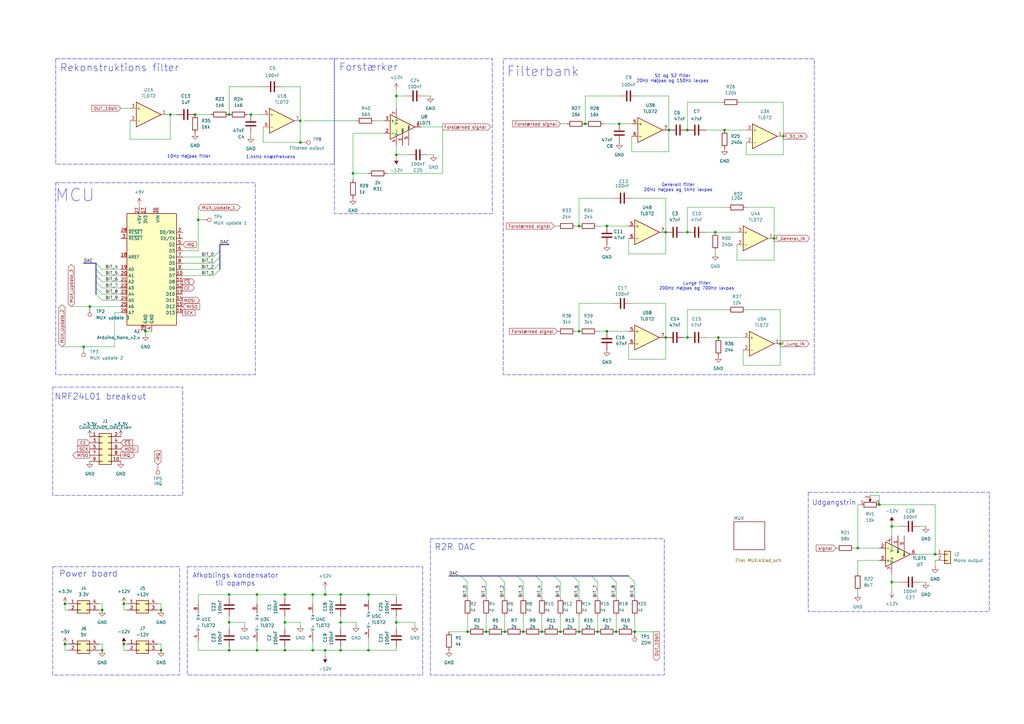
<source format=kicad_sch>
(kicad_sch (version 20231120) (generator "eeschema") (generator_version "8.0")
  (paper "A3")
  (junction (at 294.64 138.43))
  (junction (at 274.32 53.34))
  (junction (at 93.98 266.7))
  (junction (at 128.27 243.84))
  (junction (at 383.54 227.33))
  (junction (at 93.98 255.27))
  (junction (at 144.78 71.12))
  (junction (at 237.49 259.08))
  (junction (at 365.76 238.76))
  (junction (at 69.85 46.99))
  (junction (at 128.27 266.7))
  (junction (at 102.87 46.99))
  (junction (at 245.11 259.08))
  (junction (at 317.5 97.79))
  (junction (at 297.18 53.34))
  (junction (at 133.35 243.84))
  (junction (at 365.76 215.9))
  (junction (at 139.7 255.27))
  (junction (at 139.7 243.84))
  (junction (at 116.84 243.84))
  (junction (at 123.19 49.53))
  (junction (at 66.04 250.19))
  (junction (at 351.79 224.79))
  (junction (at 59.69 135.89))
  (junction (at 281.94 53.34))
  (junction (at 93.98 46.99))
  (junction (at 80.01 46.99))
  (junction (at 281.94 138.43))
  (junction (at 248.92 92.71))
  (junction (at 229.87 259.08))
  (junction (at 123.19 58.42))
  (junction (at 248.92 135.89))
  (junction (at 151.13 266.7))
  (junction (at 50.8 264.16))
  (junction (at 281.94 95.25))
  (junction (at 191.77 259.08))
  (junction (at 214.63 259.08))
  (junction (at 207.01 259.08))
  (junction (at 116.84 255.27))
  (junction (at 360.68 207.01))
  (junction (at 199.39 259.08))
  (junction (at 26.67 247.65))
  (junction (at 105.41 243.84))
  (junction (at 260.35 259.08))
  (junction (at 81.28 90.17))
  (junction (at 162.56 255.27))
  (junction (at 36.83 125.73))
  (junction (at 252.73 259.08))
  (junction (at 34.29 142.24))
  (junction (at 41.91 266.7))
  (junction (at 162.56 63.5))
  (junction (at 116.84 266.7))
  (junction (at 222.25 259.08))
  (junction (at 105.41 266.7))
  (junction (at 237.49 135.89))
  (junction (at 133.35 266.7))
  (junction (at 254 50.8))
  (junction (at 139.7 266.7))
  (junction (at 237.49 92.71))
  (junction (at 162.56 39.37))
  (junction (at 273.05 138.43))
  (junction (at 66.04 266.7))
  (junction (at 320.04 140.97))
  (junction (at 273.05 95.25))
  (junction (at 293.37 95.25))
  (junction (at 50.8 247.65))
  (junction (at 240.03 50.8))
  (junction (at 26.67 264.16))
  (junction (at 151.13 243.84))
  (junction (at 321.31 55.88))
  (junction (at 93.98 243.84))
  (junction (at 41.91 250.19))
  (bus_entry (at 204.47 236.22) (size 2.54 2.54))
  (bus_entry (at 196.85 236.22) (size 2.54 2.54))
  (bus_entry (at 87.63 107.95) (size 2.54 -2.54))
  (bus_entry (at 189.23 236.22) (size 2.54 2.54))
  (bus_entry (at 257.81 236.22) (size 2.54 2.54))
  (bus_entry (at 250.19 236.22) (size 2.54 2.54))
  (bus_entry (at 212.09 236.22) (size 2.54 2.54))
  (bus_entry (at 219.71 236.22) (size 2.54 2.54))
  (bus_entry (at 234.95 236.22) (size 2.54 2.54))
  (bus_entry (at 87.63 105.41) (size 2.54 -2.54))
  (bus_entry (at 41.91 123.19) (size -2.54 -2.54))
  (bus_entry (at 227.33 236.22) (size 2.54 2.54))
  (bus_entry (at 39.37 113.03) (size 2.54 2.54))
  (bus_entry (at 41.91 120.65) (size -2.54 -2.54))
  (bus_entry (at 87.63 113.03) (size 2.54 -2.54))
  (bus_entry (at 41.91 118.11) (size -2.54 -2.54))
  (bus_entry (at 87.63 110.49) (size 2.54 -2.54))
  (bus_entry (at 39.37 110.49) (size 2.54 2.54))
  (bus_entry (at 242.57 236.22) (size 2.54 2.54))
  (bus_entry (at 39.37 107.95) (size 2.54 2.54))
  (wire (pts (xy 139.7 243.84) (xy 151.13 243.84)))
  (wire (pts (xy 261.62 39.37) (xy 274.32 39.37)))
  (wire (pts (xy 260.35 238.76) (xy 260.35 245.11)))
  (wire (pts (xy 297.18 53.34) (xy 306.07 53.34)))
  (wire (pts (xy 81.28 262.89) (xy 81.28 266.7)))
  (wire (pts (xy 123.19 49.53) (xy 123.19 58.42)))
  (wire (pts (xy 133.35 243.84) (xy 139.7 243.84)))
  (wire (pts (xy 29.21 125.73) (xy 36.83 125.73)))
  (wire (pts (xy 365.76 238.76) (xy 365.76 242.57)))
  (wire (pts (xy 144.78 54.61) (xy 144.78 71.12)))
  (wire (pts (xy 229.87 252.73) (xy 229.87 259.08)))
  (bus (pts (xy 39.37 110.49) (xy 39.37 113.03)))
  (wire (pts (xy 81.28 266.7) (xy 93.98 266.7)))
  (wire (pts (xy 383.54 229.87) (xy 383.54 232.41)))
  (wire (pts (xy 365.76 215.9) (xy 365.76 219.71)))
  (wire (pts (xy 50.8 264.16) (xy 50.8 266.7)))
  (wire (pts (xy 273.05 95.25) (xy 273.05 104.14)))
  (wire (pts (xy 151.13 71.12) (xy 144.78 71.12)))
  (wire (pts (xy 351.79 242.57) (xy 351.79 243.84)))
  (wire (pts (xy 59.69 135.89) (xy 62.23 135.89)))
  (wire (pts (xy 289.56 53.34) (xy 297.18 53.34)))
  (wire (pts (xy 133.35 266.7) (xy 133.35 269.24)))
  (wire (pts (xy 252.73 238.76) (xy 252.73 245.11)))
  (wire (pts (xy 162.56 265.43) (xy 162.56 266.7)))
  (wire (pts (xy 151.13 243.84) (xy 162.56 243.84)))
  (wire (pts (xy 102.87 46.99) (xy 101.6 46.99)))
  (wire (pts (xy 254 50.8) (xy 259.08 50.8)))
  (wire (pts (xy 26.67 250.19) (xy 27.94 250.19)))
  (wire (pts (xy 306.07 127) (xy 320.04 127)))
  (wire (pts (xy 81.28 90.17) (xy 81.28 102.87)))
  (wire (pts (xy 207.01 238.76) (xy 207.01 245.11)))
  (wire (pts (xy 369.57 215.9) (xy 365.76 215.9)))
  (wire (pts (xy 237.49 252.73) (xy 237.49 259.08)))
  (wire (pts (xy 351.79 229.87) (xy 360.68 229.87)))
  (wire (pts (xy 80.01 46.99) (xy 86.36 46.99)))
  (bus (pts (xy 212.09 236.22) (xy 219.71 236.22)))
  (wire (pts (xy 93.98 255.27) (xy 93.98 257.81)))
  (wire (pts (xy 350.52 224.79) (xy 351.79 224.79)))
  (wire (pts (xy 257.81 147.32) (xy 273.05 147.32)))
  (bus (pts (xy 34.29 107.95) (xy 39.37 107.95)))
  (wire (pts (xy 116.84 266.7) (xy 105.41 266.7)))
  (wire (pts (xy 199.39 252.73) (xy 199.39 259.08)))
  (wire (pts (xy 229.87 50.8) (xy 232.41 50.8)))
  (wire (pts (xy 93.98 46.99) (xy 93.98 35.56)))
  (wire (pts (xy 74.93 107.95) (xy 87.63 107.95)))
  (wire (pts (xy 172.72 52.07) (xy 181.61 52.07)))
  (wire (pts (xy 139.7 243.84) (xy 139.7 245.11)))
  (wire (pts (xy 351.79 224.79) (xy 360.68 224.79)))
  (wire (pts (xy 274.32 39.37) (xy 274.32 53.34)))
  (wire (pts (xy 259.08 55.88) (xy 259.08 62.23)))
  (wire (pts (xy 57.15 83.82) (xy 57.15 85.09)))
  (wire (pts (xy 100.33 256.54) (xy 100.33 255.27)))
  (bus (pts (xy 39.37 118.11) (xy 39.37 115.57)))
  (wire (pts (xy 280.67 95.25) (xy 281.94 95.25)))
  (wire (pts (xy 49.53 128.27) (xy 46.99 128.27)))
  (bus (pts (xy 189.23 236.22) (xy 196.85 236.22)))
  (wire (pts (xy 144.78 71.12) (xy 144.78 73.66)))
  (wire (pts (xy 116.84 252.73) (xy 116.84 255.27)))
  (wire (pts (xy 162.56 39.37) (xy 166.37 39.37)))
  (wire (pts (xy 139.7 255.27) (xy 146.05 255.27)))
  (wire (pts (xy 64.77 266.7) (xy 66.04 266.7)))
  (wire (pts (xy 273.05 138.43) (xy 273.05 147.32)))
  (wire (pts (xy 281.94 85.09) (xy 281.94 95.25)))
  (wire (pts (xy 123.19 256.54) (xy 123.19 255.27)))
  (wire (pts (xy 199.39 238.76) (xy 199.39 245.11)))
  (wire (pts (xy 81.28 243.84) (xy 81.28 247.65)))
  (wire (pts (xy 50.8 247.65) (xy 50.8 250.19)))
  (wire (pts (xy 46.99 128.27) (xy 46.99 142.24)))
  (wire (pts (xy 317.5 85.09) (xy 317.5 97.79)))
  (wire (pts (xy 175.26 63.5) (xy 177.8 63.5)))
  (wire (pts (xy 151.13 261.62) (xy 151.13 266.7)))
  (wire (pts (xy 162.56 36.83) (xy 162.56 39.37)))
  (wire (pts (xy 93.98 243.84) (xy 81.28 243.84)))
  (wire (pts (xy 302.26 100.33) (xy 302.26 106.68)))
  (wire (pts (xy 353.06 207.01) (xy 351.79 207.01)))
  (wire (pts (xy 298.45 85.09) (xy 281.94 85.09)))
  (wire (pts (xy 306.07 85.09) (xy 317.5 85.09)))
  (wire (pts (xy 320.04 140.97) (xy 320.04 149.86)))
  (wire (pts (xy 351.79 234.95) (xy 351.79 229.87)))
  (wire (pts (xy 365.76 234.95) (xy 365.76 238.76)))
  (wire (pts (xy 259.08 81.28) (xy 273.05 81.28)))
  (wire (pts (xy 50.8 264.16) (xy 52.07 264.16)))
  (wire (pts (xy 41.91 123.19) (xy 49.53 123.19)))
  (wire (pts (xy 240.03 50.8) (xy 240.03 39.37)))
  (wire (pts (xy 260.35 259.08) (xy 269.24 259.08)))
  (wire (pts (xy 139.7 252.73) (xy 139.7 255.27)))
  (wire (pts (xy 167.64 63.5) (xy 162.56 63.5)))
  (wire (pts (xy 128.27 243.84) (xy 133.35 243.84)))
  (wire (pts (xy 69.85 57.15) (xy 69.85 46.99)))
  (wire (pts (xy 153.67 49.53) (xy 157.48 49.53)))
  (wire (pts (xy 170.18 255.27) (xy 170.18 256.54)))
  (wire (pts (xy 93.98 265.43) (xy 93.98 266.7)))
  (bus (pts (xy 39.37 120.65) (xy 39.37 118.11)))
  (wire (pts (xy 116.84 255.27) (xy 116.84 257.81)))
  (wire (pts (xy 93.98 245.11) (xy 93.98 243.84)))
  (bus (pts (xy 90.17 107.95) (xy 90.17 105.41)))
  (wire (pts (xy 162.56 255.27) (xy 162.56 257.81)))
  (wire (pts (xy 74.93 105.41) (xy 87.63 105.41)))
  (wire (pts (xy 162.56 255.27) (xy 170.18 255.27)))
  (wire (pts (xy 68.58 46.99) (xy 69.85 46.99)))
  (wire (pts (xy 50.8 250.19) (xy 52.07 250.19)))
  (wire (pts (xy 257.81 104.14) (xy 273.05 104.14)))
  (wire (pts (xy 356.87 203.2) (xy 360.68 203.2)))
  (bus (pts (xy 39.37 107.95) (xy 39.37 110.49)))
  (wire (pts (xy 53.34 49.53) (xy 53.34 57.15)))
  (wire (pts (xy 133.35 266.7) (xy 139.7 266.7)))
  (wire (pts (xy 74.93 110.49) (xy 87.63 110.49)))
  (wire (pts (xy 259.08 124.46) (xy 273.05 124.46)))
  (wire (pts (xy 162.56 63.5) (xy 162.56 64.77)))
  (wire (pts (xy 281.94 53.34) (xy 281.94 41.91)))
  (wire (pts (xy 184.15 259.08) (xy 191.77 259.08)))
  (wire (pts (xy 102.87 54.61) (xy 102.87 55.88)))
  (wire (pts (xy 116.84 245.11) (xy 116.84 243.84)))
  (wire (pts (xy 252.73 252.73) (xy 252.73 259.08)))
  (wire (pts (xy 102.87 46.99) (xy 107.95 46.99)))
  (wire (pts (xy 294.64 138.43) (xy 304.8 138.43)))
  (wire (pts (xy 93.98 266.7) (xy 105.41 266.7)))
  (wire (pts (xy 105.41 243.84) (xy 116.84 243.84)))
  (wire (pts (xy 139.7 265.43) (xy 139.7 266.7)))
  (wire (pts (xy 303.53 41.91) (xy 321.31 41.91)))
  (wire (pts (xy 298.45 127) (xy 281.94 127)))
  (wire (pts (xy 162.56 39.37) (xy 162.56 44.45)))
  (wire (pts (xy 360.68 207.01) (xy 383.54 207.01)))
  (wire (pts (xy 26.67 264.16) (xy 27.94 264.16)))
  (wire (pts (xy 245.11 92.71) (xy 248.92 92.71)))
  (bus (pts (xy 234.95 236.22) (xy 242.57 236.22)))
  (wire (pts (xy 34.29 142.24) (xy 46.99 142.24)))
  (wire (pts (xy 116.84 255.27) (xy 123.19 255.27)))
  (wire (pts (xy 289.56 95.25) (xy 293.37 95.25)))
  (wire (pts (xy 240.03 39.37) (xy 254 39.37)))
  (wire (pts (xy 26.67 266.7) (xy 27.94 266.7)))
  (wire (pts (xy 107.95 52.07) (xy 107.95 58.42)))
  (wire (pts (xy 245.11 259.08) (xy 245.11 252.73)))
  (wire (pts (xy 245.11 238.76) (xy 245.11 245.11)))
  (wire (pts (xy 181.61 52.07) (xy 181.61 71.12)))
  (wire (pts (xy 66.04 247.65) (xy 66.04 250.19)))
  (wire (pts (xy 41.91 110.49) (xy 49.53 110.49)))
  (wire (pts (xy 248.92 135.89) (xy 257.81 135.89)))
  (wire (pts (xy 69.85 46.99) (xy 72.39 46.99)))
  (wire (pts (xy 191.77 252.73) (xy 191.77 259.08)))
  (wire (pts (xy 41.91 113.03) (xy 49.53 113.03)))
  (wire (pts (xy 320.04 140.97) (xy 320.04 127)))
  (wire (pts (xy 375.92 227.33) (xy 383.54 227.33)))
  (wire (pts (xy 237.49 81.28) (xy 237.49 92.71)))
  (wire (pts (xy 116.84 243.84) (xy 128.27 243.84)))
  (wire (pts (xy 105.41 262.89) (xy 105.41 266.7)))
  (wire (pts (xy 40.64 266.7) (xy 41.91 266.7)))
  (wire (pts (xy 116.84 265.43) (xy 116.84 266.7)))
  (wire (pts (xy 214.63 238.76) (xy 214.63 245.11)))
  (wire (pts (xy 40.64 250.19) (xy 41.91 250.19)))
  (wire (pts (xy 144.78 54.61) (xy 157.48 54.61)))
  (wire (pts (xy 377.19 238.76) (xy 379.73 238.76)))
  (wire (pts (xy 281.94 127) (xy 281.94 138.43)))
  (wire (pts (xy 304.8 143.51) (xy 304.8 149.86)))
  (wire (pts (xy 293.37 102.87) (xy 293.37 104.14)))
  (wire (pts (xy 383.54 207.01) (xy 383.54 227.33)))
  (wire (pts (xy 151.13 243.84) (xy 151.13 246.38)))
  (wire (pts (xy 247.65 50.8) (xy 254 50.8)))
  (wire (pts (xy 64.77 250.19) (xy 66.04 250.19)))
  (wire (pts (xy 257.81 97.79) (xy 257.81 104.14)))
  (wire (pts (xy 124.46 49.53) (xy 146.05 49.53)))
  (wire (pts (xy 289.56 138.43) (xy 294.64 138.43)))
  (wire (pts (xy 321.31 63.5) (xy 321.31 55.88)))
  (wire (pts (xy 228.6 92.71) (xy 227.33 92.71)))
  (wire (pts (xy 123.19 35.56) (xy 123.19 49.53)))
  (wire (pts (xy 365.76 238.76) (xy 369.57 238.76)))
  (wire (pts (xy 207.01 252.73) (xy 207.01 259.08)))
  (wire (pts (xy 251.46 124.46) (xy 237.49 124.46)))
  (wire (pts (xy 293.37 95.25) (xy 302.26 95.25)))
  (wire (pts (xy 273.05 81.28) (xy 273.05 95.25)))
  (wire (pts (xy 351.79 207.01) (xy 351.79 224.79)))
  (wire (pts (xy 93.98 252.73) (xy 93.98 255.27)))
  (bus (pts (xy 90.17 105.41) (xy 90.17 102.87)))
  (wire (pts (xy 146.05 256.54) (xy 146.05 255.27)))
  (wire (pts (xy 74.93 113.03) (xy 87.63 113.03)))
  (wire (pts (xy 162.56 59.69) (xy 162.56 63.5)))
  (wire (pts (xy 41.91 264.16) (xy 41.91 266.7)))
  (wire (pts (xy 128.27 266.7) (xy 133.35 266.7)))
  (wire (pts (xy 251.46 81.28) (xy 237.49 81.28)))
  (wire (pts (xy 93.98 243.84) (xy 105.41 243.84)))
  (wire (pts (xy 81.28 85.09) (xy 81.28 90.17)))
  (wire (pts (xy 25.4 142.24) (xy 34.29 142.24)))
  (bus (pts (xy 39.37 113.03) (xy 39.37 115.57)))
  (wire (pts (xy 320.04 140.97) (xy 321.31 140.97)))
  (wire (pts (xy 236.22 92.71) (xy 237.49 92.71)))
  (wire (pts (xy 321.31 41.91) (xy 321.31 55.88)))
  (wire (pts (xy 26.67 247.65) (xy 27.94 247.65)))
  (wire (pts (xy 281.94 41.91) (xy 295.91 41.91)))
  (wire (pts (xy 66.04 264.16) (xy 66.04 266.7)))
  (wire (pts (xy 139.7 266.7) (xy 151.13 266.7)))
  (bus (pts (xy 250.19 236.22) (xy 257.81 236.22)))
  (wire (pts (xy 50.8 266.7) (xy 52.07 266.7)))
  (wire (pts (xy 257.81 140.97) (xy 257.81 147.32)))
  (wire (pts (xy 280.67 138.43) (xy 281.94 138.43)))
  (wire (pts (xy 116.84 266.7) (xy 128.27 266.7)))
  (wire (pts (xy 64.77 264.16) (xy 66.04 264.16)))
  (bus (pts (xy 219.71 236.22) (xy 227.33 236.22)))
  (wire (pts (xy 317.5 97.79) (xy 317.5 106.68)))
  (wire (pts (xy 377.19 215.9) (xy 379.73 215.9)))
  (bus (pts (xy 196.85 236.22) (xy 204.47 236.22)))
  (wire (pts (xy 41.91 118.11) (xy 49.53 118.11)))
  (wire (pts (xy 50.8 247.65) (xy 52.07 247.65)))
  (wire (pts (xy 173.99 39.37) (xy 176.53 39.37)))
  (wire (pts (xy 41.91 120.65) (xy 49.53 120.65)))
  (wire (pts (xy 81.28 90.17) (xy 82.55 90.17)))
  (wire (pts (xy 191.77 238.76) (xy 191.77 245.11)))
  (wire (pts (xy 107.95 58.42) (xy 123.19 58.42)))
  (wire (pts (xy 304.8 149.86) (xy 320.04 149.86)))
  (wire (pts (xy 128.27 262.89) (xy 128.27 266.7)))
  (bus (pts (xy 90.17 110.49) (xy 90.17 107.95)))
  (wire (pts (xy 105.41 247.65) (xy 105.41 243.84)))
  (wire (pts (xy 248.92 92.71) (xy 257.81 92.71)))
  (wire (pts (xy 222.25 238.76) (xy 222.25 245.11)))
  (wire (pts (xy 306.07 63.5) (xy 321.31 63.5)))
  (bus (pts (xy 184.15 236.22) (xy 189.23 236.22)))
  (wire (pts (xy 93.98 255.27) (xy 100.33 255.27)))
  (wire (pts (xy 360.68 203.2) (xy 360.68 207.01)))
  (wire (pts (xy 229.87 238.76) (xy 229.87 245.11)))
  (bus (pts (xy 90.17 102.87) (xy 90.17 100.33)))
  (wire (pts (xy 26.67 247.65) (xy 26.67 250.19)))
  (wire (pts (xy 128.27 243.84) (xy 128.27 247.65)))
  (wire (pts (xy 139.7 255.27) (xy 139.7 257.81)))
  (bus (pts (xy 242.57 236.22) (xy 250.19 236.22)))
  (wire (pts (xy 151.13 266.7) (xy 162.56 266.7)))
  (wire (pts (xy 245.11 135.89) (xy 248.92 135.89)))
  (wire (pts (xy 64.77 247.65) (xy 66.04 247.65)))
  (wire (pts (xy 181.61 71.12) (xy 158.75 71.12)))
  (wire (pts (xy 259.08 62.23) (xy 274.32 62.23)))
  (bus (pts (xy 204.47 236.22) (xy 212.09 236.22)))
  (wire (pts (xy 41.91 115.57) (xy 49.53 115.57)))
  (wire (pts (xy 222.25 252.73) (xy 222.25 259.08)))
  (wire (pts (xy 74.93 102.87) (xy 81.28 102.87)))
  (wire (pts (xy 214.63 252.73) (xy 214.63 259.08)))
  (wire (pts (xy 237.49 124.46) (xy 237.49 135.89)))
  (wire (pts (xy 365.76 214.63) (xy 365.76 215.9)))
  (wire (pts (xy 260.35 252.73) (xy 260.35 259.08)))
  (wire (pts (xy 41.91 247.65) (xy 41.91 250.19)))
  (wire (pts (xy 40.64 264.16) (xy 41.91 264.16)))
  (wire (pts (xy 53.34 57.15) (xy 69.85 57.15)))
  (wire (pts (xy 162.56 252.73) (xy 162.56 255.27)))
  (wire (pts (xy 162.56 243.84) (xy 162.56 245.11)))
  (wire (pts (xy 274.32 53.34) (xy 274.32 62.23)))
  (wire (pts (xy 36.83 125.73) (xy 49.53 125.73)))
  (wire (pts (xy 123.19 35.56) (xy 115.57 35.56)))
  (wire (pts (xy 93.98 35.56) (xy 107.95 35.56)))
  (bus (pts (xy 227.33 236.22) (xy 234.95 236.22)))
  (wire (pts (xy 26.67 264.16) (xy 26.67 266.7)))
  (wire (pts (xy 306.07 58.42) (xy 306.07 63.5)))
  (wire (pts (xy 40.64 247.65) (xy 41.91 247.65)))
  (wire (pts (xy 237.49 238.76) (xy 237.49 245.11)))
  (wire (pts (xy 302.26 106.68) (xy 317.5 106.68)))
  (wire (pts (xy 59.69 135.89) (xy 59.69 137.16)))
  (wire (pts (xy 133.35 241.3) (xy 133.35 243.84)))
  (bus (pts (xy 90.17 100.33) (xy 93.98 100.33)))
  (wire (pts (xy 49.53 44.45) (xy 53.34 44.45)))
  (wire (pts (xy 273.05 124.46) (xy 273.05 138.43)))
  (wire (pts (xy 236.22 135.89) (xy 237.49 135.89)))
  (rectangle (start 137.16 24.13) (end 201.93 87.63) (stroke (width 0) (type dash)))
  (rectangle (start 22.86 24.13) (end 137.16 67.31) (stroke (width 0) (type dash)))
  (rectangle (start 22.86 74.93) (end 104.775 153.67) (stroke (width 0) (type dash)))
  (rectangle (start 76.835 232.41) (end 173.355 276.86) (stroke (width 0) (type dash)))
  (rectangle (start 206.375 24.13) (end 334.01 153.67) (stroke (width 0) (type dash)))
  (rectangle (start 21.59 232.41) (end 73.66 276.86) (stroke (width 0) (type dash)))
  (rectangle (start 21.59 158.75) (end 74.93 203.2) (stroke (width 0) (type dash)))
  (rectangle (start 176.53 220.98) (end 272.415 276.86) (stroke (width 0) (type dash)))
  (rectangle (start 331.47 201.93) (end 405.765 250.825) (stroke (width 0) (type dash)))
  (text "1.4kHz knækfrekvens\n\n" (at 110.998 65.532 0) (effects (font (size 1.27 1.27))))
  (text "S1 og S2 filter\n20Hz Højpas og 150Hz lavpas" (at 275.844 32.258 0) (effects (font (size 1.27 1.27))))
  (text "MCU" (at 30.734 80.264 0) (effects (font (size 5.08 5.08))))
  (text "10Hz Højpas filter\n" (at 77.47 64.262 0) (effects (font (size 1.27 1.27))))
  (text "Forstærker\n" (at 151.13 27.686 0) (effects (font (size 3 3))))
  (text "Rekonstruktions filter\n" (at 49.022 27.94 0) (effects (font (size 3 3))))
  (text "Power board\n" (at 36.322 235.458 0) (effects (font (size 2.54 2.54))))
  (text "Generalt filter\n20Hz Højpas og 1kHz lavpas" (at 278.13 76.962 0) (effects (font (size 1.27 1.27))))
  (text "R2R DAC" (at 186.69 224.536 0) (effects (font (size 2.54 2.54))))
  (text "NRF24L01 breakout" (at 41.148 162.814 0) (effects (font (size 2.54 2.54))))
  (text "Lunge filter\n200Hz Højpas og 700Hz lavpas" (at 285.75 117.348 0) (effects (font (size 1.27 1.27))))
  (text "Udgangstrin\n" (at 342.138 206.248 0) (effects (font (size 2 2))))
  (text "Filterbank" (at 222.758 29.464 0) (effects (font (size 4 4))))
  (text "Afkoblings kondensator\ntil opamps\n" (at 96.52 237.744 0) (effects (font (size 2 2))))
  (label "BIT_0" (at 191.77 245.11 90))
  (label "BIT_9" (at 260.35 245.11 90))
  (label "BIT_2" (at 207.01 245.11 90))
  (label "DAC" (at 34.29 107.95 0))
  (label "DAC" (at 90.17 100.33 0))
  (label "BIT_7" (at 245.11 245.11 90))
  (label "BIT_0" (at 82.55 105.41 0))
  (label "BIT_2" (at 82.55 110.49 0))
  (label "BIT_9" (at 43.18 123.19 0))
  (label "BIT_6" (at 43.18 115.57 0))
  (label "BIT_8" (at 43.18 120.65 0))
  (label "BIT_1" (at 82.55 107.95 0))
  (label "BIT_7" (at 43.18 118.11 0))
  (label "BIT_6" (at 237.49 245.11 90))
  (label "DAC" (at 184.15 236.22 0))
  (label "BIT_4" (at 43.18 110.49 0))
  (label "BIT_5" (at 43.18 113.03 0))
  (label "BIT_3" (at 82.55 113.03 0))
  (label "BIT_8" (at 252.73 245.11 90))
  (label "BIT_4" (at 222.25 245.11 90))
  (label "BIT_1" (at 199.39 245.11 90))
  (label "BIT_5" (at 229.87 245.11 90))
  (label "BIT_3" (at 214.63 245.11 90))
  (global_label "OUT_10bit" (shape output) (at 269.24 259.08 270) (property "Intersheetrefs" "${INTERSHEET_REFS}" (effects (hide yes))))
  (global_label "Forstærked signal" (shape input) (at 229.87 50.8 180) (property "Intersheetrefs" "${INTERSHEET_REFS}" (effects (hide yes))))
  (global_label "F_Lung_IN" (shape output) (at 320.04 140.97 0) (property "Intersheetrefs" "${INTERSHEET_REFS}" (effects (hide yes))))
  (global_label "F_General_IN" (shape output) (at 317.5 97.79 0) (property "Intersheetrefs" "${INTERSHEET_REFS}" (effects (hide yes))))
  (global_label "Forstærked signal" (shape input) (at 227.33 92.71 180) (property "Intersheetrefs" "${INTERSHEET_REFS}" (effects (hide yes))))
  (global_label "CE" (shape input) (at 36.83 181.61 180) (property "Intersheetrefs" "${INTERSHEET_REFS}" (effects (hide yes))))
  (global_label "MUX_Update_1" (shape bidirectional) (at 81.28 85.09 0) (property "Intersheetrefs" "${INTERSHEET_REFS}" (effects (hide yes))))
  (global_label "MUX_Update_2" (shape bidirectional) (at 25.4 142.24 90) (property "Intersheetrefs" "${INTERSHEET_REFS}" (effects (hide yes))))
  (global_label "F_S1_IN" (shape output) (at 321.31 55.88 0) (property "Intersheetrefs" "${INTERSHEET_REFS}" (effects (hide yes))))
  (global_label "signal" (shape input) (at 342.9 224.79 180) (property "Intersheetrefs" "${INTERSHEET_REFS}" (effects (hide yes))))
  (global_label "SCK" (shape passive) (at 74.93 128.27 0) (property "Intersheetrefs" "${INTERSHEET_REFS}" (effects (hide yes))))
  (global_label "IRQ" (shape input) (at 64.77 190.5 90) (property "Intersheetrefs" "${INTERSHEET_REFS}" (effects (hide yes))))
  (global_label "SCK" (shape passive) (at 36.83 184.15 180) (property "Intersheetrefs" "${INTERSHEET_REFS}" (effects (hide yes))))
  (global_label "Forstærked signal" (shape output) (at 181.61 52.07 0) (property "Intersheetrefs" "${INTERSHEET_REFS}" (effects (hide yes))))
  (global_label "MISO" (shape output) (at 36.83 186.69 180) (property "Intersheetrefs" "${INTERSHEET_REFS}" (effects (hide yes))))
  (global_label "IRQ" (shape input) (at 74.93 100.33 0) (property "Intersheetrefs" "${INTERSHEET_REFS}" (effects (hide yes))))
  (global_label "Forstærked signal" (shape input) (at 228.6 135.89 180) (property "Intersheetrefs" "${INTERSHEET_REFS}" (effects (hide yes))))
  (global_label "~{CS}" (shape input) (at 49.53 181.61 0) (property "Intersheetrefs" "${INTERSHEET_REFS}" (effects (hide yes))))
  (global_label "~{CS}" (shape output) (at 74.93 115.57 0) (property "Intersheetrefs" "${INTERSHEET_REFS}" (effects (hide yes))))
  (global_label "MISO" (shape input) (at 74.93 125.73 0) (property "Intersheetrefs" "${INTERSHEET_REFS}" (effects (hide yes))))
  (global_label "IRQ" (shape output) (at 49.53 186.69 0) (property "Intersheetrefs" "${INTERSHEET_REFS}" (effects (hide yes))))
  (global_label "MOSI" (shape output) (at 74.93 123.19 0) (property "Intersheetrefs" "${INTERSHEET_REFS}" (effects (hide yes))))
  (global_label "MUX_Update_3" (shape bidirectional) (at 29.21 125.73 90) (property "Intersheetrefs" "${INTERSHEET_REFS}" (effects (hide yes))))
  (global_label "MOSI" (shape input) (at 49.53 184.15 0) (property "Intersheetrefs" "${INTERSHEET_REFS}" (effects (hide yes))))
  (global_label "CE" (shape output) (at 74.93 118.11 0) (property "Intersheetrefs" "${INTERSHEET_REFS}" (effects (hide yes))))
  (global_label "OUT_10bit" (shape input) (at 49.53 44.45 180) (property "Intersheetrefs" "${INTERSHEET_REFS}" (effects (hide yes))))
  (symbol (lib_id "Device:C") (at 373.38 238.76 90) (mirror x) (unit 1)
    (property "Reference" "C27" (at 373.38 245.11 90))
    (property "Value" "100nF" (at 373.38 242.57 90))
    (property "Footprint" "Capacitor_THT:C_Disc_D7.0mm_W2.5mm_P5.00mm" (effects (hide yes)))
    (property "Description" "Unpolarized capacitor" (effects (hide yes)))
  )
  (symbol (lib_id "Connector_Generic:Conn_02x02_Counter_Clockwise") (at 33.02 264.16 0) (unit 1)
    (property "Reference" "J6" (at 34.29 257.81 0))
    (property "Value" "5V" (at 34.29 260.35 0))
    (property "Footprint" "Connector_PinHeader_2.54mm:PinHeader_2x02_P2.54mm_Vertical" (effects (hide yes)))
    (property "Description" "Generic connector, double row, 02x02, counter clockwise pin numbering scheme (similar to DIP package numbering), script generated (kicad-library-utils/schlib/autogen/connector/)" (effects (hide yes)))
  )
  (symbol (lib_id "Device:R") (at 245.11 248.92 0) (unit 1)
    (property "Reference" "R16" (at 246.126 247.6501 0) (effects (justify left)))
    (property "Value" "4k" (at 246.126 250.1901 0) (effects (justify left)))
    (property "Footprint" "Resistor_THT:R_Axial_DIN0207_L6.3mm_D2.5mm_P10.16mm_Horizontal" (effects (hide yes)))
    (property "Description" "Resistor" (effects (hide yes)))
  )
  (symbol (lib_id "power:GND") (at 102.87 55.88 0) (unit 1)
    (property "Reference" "#PWR017" (effects (hide yes)))
    (property "Value" "GND" (at 102.87 60.96 0))
    (property "Description" "Power symbol creates a global label with name \"GND\" , ground" (effects (hide yes)))
  )
  (symbol (lib_id "power:-12V") (at 133.35 269.24 180) (unit 1)
    (property "Reference" "#PWR046" (effects (hide yes)))
    (property "Value" "-12V" (at 133.35 274.32 0))
    (property "Description" "Power symbol creates a global label with name \"-12V\"" (effects (hide yes)))
  )
  (symbol (lib_id "Amplifier_Operational:TL072") (at 312.42 140.97 0) (unit 1)
    (property "Reference" "U5" (at 312.42 130.81 0))
    (property "Value" "TL072" (at 312.42 133.35 0))
    (property "Footprint" "Package_DIP:DIP-8_W7.62mm_LongPads" (effects (hide yes)))
    (property "Datasheet" "http://www.ti.com/lit/ds/symlink/tl071.pdf" (effects (hide yes)))
    (property "Description" "Dual Low-Noise JFET-Input Operational Amplifiers, DIP-8/SOIC-8" (effects (hide yes)))
  )
  (symbol (lib_id "Device:C") (at 248.92 96.52 0) (unit 1)
    (property "Reference" "C11" (at 251.714 94.996 0) (effects (justify left)))
    (property "Value" "47nF" (at 251.714 97.536 0) (effects (justify left)))
    (property "Footprint" "Capacitor_THT:C_Disc_D7.0mm_W2.5mm_P5.00mm" (effects (hide yes)))
    (property "Description" "Unpolarized capacitor" (effects (hide yes)))
  )
  (symbol (lib_id "Device:R") (at 214.63 248.92 0) (unit 1)
    (property "Reference" "R8" (at 215.646 247.6501 0) (effects (justify left)))
    (property "Value" "4k" (at 215.646 250.1901 0) (effects (justify left)))
    (property "Footprint" "Resistor_THT:R_Axial_DIN0207_L6.3mm_D2.5mm_P10.16mm_Horizontal" (effects (hide yes)))
    (property "Description" "Resistor" (effects (hide yes)))
  )
  (symbol (lib_id "Device:C") (at 257.81 39.37 90) (unit 1)
    (property "Reference" "C9" (at 257.81 31.75 90))
    (property "Value" "100nF" (at 257.81 34.798 90))
    (property "Footprint" "Capacitor_THT:C_Disc_D7.0mm_W2.5mm_P5.00mm" (effects (hide yes)))
    (property "Description" "Unpolarized capacitor" (effects (hide yes)))
  )
  (symbol (lib_id "Connector:TestPoint") (at 260.35 259.08 180) (unit 1)
    (property "Reference" "TP1" (at 262.89 261.1119 0) (effects (justify right)))
    (property "Value" "ZOH" (at 262.89 263.6519 0) (effects (justify right)))
    (property "Footprint" "TestPoint:TestPoint_Pad_3.0x3.0mm" (effects (hide yes)))
    (property "Description" "test point" (effects (hide yes)))
  )
  (symbol (lib_id "Device:C") (at 116.84 261.62 180) (unit 1)
    (property "Reference" "C2" (at 110.49 261.62 90))
    (property "Value" "100nF" (at 113.03 261.62 90))
    (property "Footprint" "Capacitor_THT:C_Disc_D7.0mm_W2.5mm_P5.00mm" (effects (hide yes)))
    (property "Description" "Unpolarized capacitor" (effects (hide yes)))
  )
  (symbol (lib_id "Connector:TestPoint") (at 123.19 58.42 270) (unit 1)
    (property "Reference" "TP8" (at 128.27 57.1499 90) (effects (justify left)))
    (property "Value" "Filtered output" (at 118.618 60.706 90) (effects (justify left)))
    (property "Footprint" "Connector_PinHeader_2.54mm:PinHeader_1x01_P2.54mm_Vertical" (effects (hide yes)))
    (property "Description" "test point" (effects (hide yes)))
  )
  (symbol (lib_id "power:GND") (at 146.05 256.54 0) (unit 1)
    (property "Reference" "#PWR011" (effects (hide yes)))
    (property "Value" "GND" (at 146.05 261.62 0))
    (property "Description" "Power symbol creates a global label with name \"GND\" , ground" (effects (hide yes)))
  )
  (symbol (lib_id "power:GND") (at 294.64 146.05 0) (unit 1)
    (property "Reference" "#PWR037" (effects (hide yes)))
    (property "Value" "GND" (at 294.64 151.13 0))
    (property "Description" "Power symbol creates a global label with name \"GND\" , ground" (effects (hide yes)))
  )
  (symbol (lib_id "Connector_Generic:Conn_02x02_Counter_Clockwise") (at 57.15 264.16 0) (unit 1)
    (property "Reference" "J7" (at 58.42 257.81 0))
    (property "Value" "-12V" (at 58.42 260.35 0))
    (property "Footprint" "Connector_PinHeader_2.54mm:PinHeader_2x02_P2.54mm_Vertical" (effects (hide yes)))
    (property "Description" "Generic connector, double row, 02x02, counter clockwise pin numbering scheme (similar to DIP package numbering), script generated (kicad-library-utils/schlib/autogen/connector/)" (effects (hide yes)))
  )
  (symbol (lib_id "Device:C") (at 102.87 50.8 180) (unit 1)
    (property "Reference" "C4" (at 100.33 56.134 0) (effects (justify left)))
    (property "Value" "47nF" (at 100.33 53.594 0) (effects (justify left)))
    (property "Footprint" "Capacitor_THT:C_Disc_D7.0mm_W2.5mm_P5.00mm" (effects (hide yes)))
    (property "Description" "Unpolarized capacitor" (effects (hide yes)))
  )
  (symbol (lib_id "Device:R") (at 236.22 50.8 270) (unit 1)
    (property "Reference" "R27" (at 236.22 44.45 90))
    (property "Value" "16k" (at 236.22 46.99 90))
    (property "Footprint" "Resistor_THT:R_Axial_DIN0207_L6.3mm_D2.5mm_P10.16mm_Horizontal" (effects (hide yes)))
    (property "Description" "Resistor" (effects (hide yes)))
  )
  (symbol (lib_id "power:GND") (at 254 58.42 0) (unit 1)
    (property "Reference" "#PWR019" (effects (hide yes)))
    (property "Value" "GND" (at 254 63.5 0))
    (property "Description" "Power symbol creates a global label with name \"GND\" , ground" (effects (hide yes)))
  )
  (symbol (lib_id "Device:R") (at 207.01 248.92 0) (unit 1)
    (property "Reference" "R6" (at 208.026 247.6501 0) (effects (justify left)))
    (property "Value" "4k" (at 208.026 250.1901 0) (effects (justify left)))
    (property "Footprint" "Resistor_THT:R_Axial_DIN0207_L6.3mm_D2.5mm_P10.16mm_Horizontal" (effects (hide yes)))
    (property "Description" "Resistor" (effects (hide yes)))
  )
  (symbol (lib_id "Device:R") (at 191.77 248.92 0) (unit 1)
    (property "Reference" "R2" (at 192.786 247.6501 0) (effects (justify left)))
    (property "Value" "4k" (at 192.786 250.1901 0) (effects (justify left)))
    (property "Footprint" "Resistor_THT:R_Axial_DIN0207_L6.3mm_D2.5mm_P10.16mm_Horizontal" (effects (hide yes)))
    (property "Description" "Resistor" (effects (hide yes)))
  )
  (symbol (lib_id "Amplifier_Operational:TL072") (at 153.67 254 0) (unit 3)
    (property "Reference" "U5" (at 152.4 252.7299 0) (effects (justify left)))
    (property "Value" "TL072" (at 152.4 255.2699 0) (effects (justify left)))
    (property "Footprint" "Package_DIP:DIP-8_W7.62mm_LongPads" (effects (hide yes)))
    (property "Datasheet" "http://www.ti.com/lit/ds/symlink/tl071.pdf" (effects (hide yes)))
    (property "Description" "Dual Low-Noise JFET-Input Operational Amplifiers, DIP-8/SOIC-8" (effects (hide yes)))
  )
  (symbol (lib_id "power:GND") (at 144.78 81.28 0) (unit 1)
    (property "Reference" "#PWR043" (effects (hide yes)))
    (property "Value" "GND" (at 144.78 86.36 0))
    (property "Description" "Power symbol creates a global label with name \"GND\" , ground" (effects (hide yes)))
  )
  (symbol (lib_id "Device:R") (at 195.58 259.08 90) (unit 1)
    (property "Reference" "R3" (at 195.58 254.508 90))
    (property "Value" "2k" (at 195.58 257.048 90))
    (property "Footprint" "Resistor_THT:R_Axial_DIN0207_L6.3mm_D2.5mm_P10.16mm_Horizontal" (effects (hide yes)))
    (property "Description" "Resistor" (effects (hide yes)))
  )
  (symbol (lib_id "Amplifier_Operational:TL071") (at 368.3 227.33 0) (mirror x) (unit 1)
    (property "Reference" "U7" (at 377.19 231.521 0))
    (property "Value" "TL071" (at 377.19 228.981 0))
    (property "Footprint" "Package_DIP:DIP-8_W7.62mm_LongPads" (effects (hide yes)))
    (property "Datasheet" "http://www.ti.com/lit/ds/symlink/tl071.pdf" (effects (hide yes)))
    (property "Description" "Single Low-Noise JFET-Input Operational Amplifiers, DIP-8/SOIC-8" (effects (hide yes)))
  )
  (symbol (lib_id "Device:C") (at 111.76 35.56 90) (unit 1)
    (property "Reference" "C5" (at 111.76 27.94 90))
    (property "Value" "100nF" (at 111.76 30.988 90))
    (property "Footprint" "Capacitor_THT:C_Disc_D7.0mm_W2.5mm_P5.00mm" (effects (hide yes)))
    (property "Description" "Unpolarized capacitor" (effects (hide yes)))
  )
  (symbol (lib_id "Device:R") (at 222.25 248.92 0) (unit 1)
    (property "Reference" "R10" (at 223.266 247.6501 0) (effects (justify left)))
    (property "Value" "4k" (at 223.266 250.1901 0) (effects (justify left)))
    (property "Footprint" "Resistor_THT:R_Axial_DIN0207_L6.3mm_D2.5mm_P10.16mm_Horizontal" (effects (hide yes)))
    (property "Description" "Resistor" (effects (hide yes)))
  )
  (symbol (lib_id "power:GND") (at 177.8 63.5 0) (unit 1)
    (property "Reference" "#PWR044" (effects (hide yes)))
    (property "Value" "GND" (at 177.8 68.58 0))
    (property "Description" "Power symbol creates a global label with name \"GND\" , ground" (effects (hide yes)))
  )
  (symbol (lib_id "Device:R_Potentiometer") (at 356.87 207.01 90) (unit 1)
    (property "Reference" "RV1" (at 356.87 210.82 90))
    (property "Value" "10k" (at 356.87 213.36 90))
    (property "Footprint" "Connector_PinHeader_2.54mm:PinHeader_1x03_P2.54mm_Vertical" (effects (hide yes)))
    (property "Description" "Potentiometer" (effects (hide yes)))
  )
  (symbol (lib_id "power:-12V") (at 50.8 264.16 0) (unit 1)
    (property "Reference" "#PWR022" (effects (hide yes)))
    (property "Value" "-12V" (at 50.8 259.08 0))
    (property "Description" "Power symbol creates a global label with name \"-12V\"" (effects (hide yes)))
  )
  (symbol (lib_id "Device:C") (at 76.2 46.99 90) (unit 1)
    (property "Reference" "C13" (at 76.2 39.37 90))
    (property "Value" "1uF" (at 76.2 41.91 90))
    (property "Footprint" "Capacitor_THT:C_Disc_D7.0mm_W2.5mm_P5.00mm" (effects (hide yes)))
    (property "Description" "Unpolarized capacitor" (effects (hide yes)))
  )
  (symbol (lib_id "MCU_Module:Arduino_Nano_v2.x") (at 62.23 110.49 0) (mirror y) (unit 1)
    (property "Reference" "A2" (at 57.4959 135.89 0) (effects (justify left)))
    (property "Value" "Arduino_Nano_v2.x" (at 57.4959 138.43 0) (effects (justify left)))
    (property "Footprint" "Module:Arduino_Nano" (effects (hide yes)))
    (property "Datasheet" "https://www.arduino.cc/en/uploads/Main/ArduinoNanoManual23.pdf" (effects (hide yes)))
    (property "Description" "Arduino Nano v2.x" (effects (hide yes)))
  )
  (symbol (lib_id "power:GND") (at 41.91 250.19 0) (unit 1)
    (property "Reference" "#PWR025" (effects (hide yes)))
    (property "Value" "GND" (at 41.91 255.27 0))
    (property "Description" "Power symbol creates a global label with name \"GND\" , ground" (effects (hide yes)))
  )
  (symbol (lib_id "power:GND") (at 100.33 256.54 0) (unit 1)
    (property "Reference" "#PWR014" (effects (hide yes)))
    (property "Value" "GND" (at 100.33 261.62 0))
    (property "Description" "Power symbol creates a global label with name \"GND\" , ground" (effects (hide yes)))
  )
  (symbol (lib_id "Device:R") (at 248.92 259.08 90) (unit 1)
    (property "Reference" "R17" (at 248.92 254.508 90))
    (property "Value" "2k" (at 248.92 257.048 90))
    (property "Footprint" "Resistor_THT:R_Axial_DIN0207_L6.3mm_D2.5mm_P10.16mm_Horizontal" (effects (hide yes)))
    (property "Description" "Resistor" (effects (hide yes)))
  )
  (symbol (lib_id "power:+12V") (at 133.35 241.3 0) (unit 1)
    (property "Reference" "#PWR045" (effects (hide yes)))
    (property "Value" "+12V" (at 133.35 236.22 0))
    (property "Description" "Power symbol creates a global label with name \"+12V\"" (effects (hide yes)))
  )
  (symbol (lib_id "Device:R") (at 241.3 92.71 90) (unit 1)
    (property "Reference" "R34" (at 241.3 86.36 90))
    (property "Value" "2k4" (at 241.3 88.9 90))
    (property "Footprint" "Resistor_THT:R_Axial_DIN0207_L6.3mm_D2.5mm_P10.16mm_Horizontal" (effects (hide yes)))
    (property "Description" "Resistor" (effects (hide yes)))
  )
  (symbol (lib_id "Amplifier_Operational:TL072") (at 107.95 255.27 0) (unit 3)
    (property "Reference" "U3" (at 106.68 253.9999 0) (effects (justify left)))
    (property "Value" "TL072" (at 106.68 256.5399 0) (effects (justify left)))
    (property "Footprint" "Package_DIP:DIP-8_W7.62mm_LongPads" (effects (hide yes)))
    (property "Datasheet" "http://www.ti.com/lit/ds/symlink/tl071.pdf" (effects (hide yes)))
    (property "Description" "Dual Low-Noise JFET-Input Operational Amplifiers, DIP-8/SOIC-8" (effects (hide yes)))
  )
  (symbol (lib_id "power:-12V") (at 365.76 214.63 0) (unit 1)
    (property "Reference" "#PWR039" (effects (hide yes)))
    (property "Value" "-12V" (at 365.76 209.55 0))
    (property "Description" "Power symbol creates a global label with name \"-12V\"" (effects (hide yes)))
  )
  (symbol (lib_id "Connector:TestPoint") (at 82.55 90.17 270) (unit 1)
    (property "Reference" "TP4" (at 87.63 88.8999 90) (effects (justify left)))
    (property "Value" "MUX update 1" (at 87.63 91.4399 90) (effects (justify left)))
    (property "Footprint" "TestPoint:TestPoint_Pad_3.0x3.0mm" (effects (hide yes)))
    (property "Description" "test point" (effects (hide yes)))
  )
  (symbol (lib_id "Device:C") (at 255.27 124.46 90) (unit 1)
    (property "Reference" "C17" (at 255.27 118.11 90))
    (property "Value" "100nF" (at 255.27 120.65 90))
    (property "Footprint" "Capacitor_THT:C_Disc_D7.0mm_W2.5mm_P5.00mm" (effects (hide yes)))
    (property "Description" "Unpolarized capacitor" (effects (hide yes)))
  )
  (symbol (lib_id "Device:R") (at 210.82 259.08 90) (unit 1)
    (property "Reference" "R7" (at 210.82 254.508 90))
    (property "Value" "2k" (at 210.82 257.048 90))
    (property "Footprint" "Resistor_THT:R_Axial_DIN0207_L6.3mm_D2.5mm_P10.16mm_Horizontal" (effects (hide yes)))
    (property "Description" "Resistor" (effects (hide yes)))
  )
  (symbol (lib_id "power:+3.3V") (at 26.67 247.65 0) (unit 1)
    (property "Reference" "#PWR07" (effects (hide yes)))
    (property "Value" "+3.3V" (at 26.67 242.57 0))
    (property "Description" "Power symbol creates a global label with name \"+3.3V\"" (effects (hide yes)))
  )
  (symbol (lib_id "Device:R") (at 252.73 248.92 0) (unit 1)
    (property "Reference" "R18" (at 253.746 247.6501 0) (effects (justify left)))
    (property "Value" "4k" (at 253.746 250.1901 0) (effects (justify left)))
    (property "Footprint" "Resistor_THT:R_Axial_DIN0207_L6.3mm_D2.5mm_P10.16mm_Horizontal" (effects (hide yes)))
    (property "Description" "Resistor" (effects (hide yes)))
  )
  (symbol (lib_id "power:GND") (at 176.53 39.37 0) (unit 1)
    (property "Reference" "#PWR047" (effects (hide yes)))
    (property "Value" "GND" (at 176.53 44.45 0))
    (property "Description" "Power symbol creates a global label with name \"GND\" , ground" (effects (hide yes)))
  )
  (symbol (lib_id "Device:C") (at 285.75 95.25 90) (unit 1)
    (property "Reference" "C10" (at 285.75 87.63 90))
    (property "Value" "47nF" (at 285.75 90.17 90))
    (property "Footprint" "Capacitor_THT:C_Disc_D7.0mm_W2.5mm_P5.00mm" (effects (hide yes)))
    (property "Description" "Unpolarized capacitor" (effects (hide yes)))
  )
  (symbol (lib_id "Device:R") (at 293.37 99.06 0) (unit 1)
    (property "Reference" "R30" (at 295.91 97.7899 0) (effects (justify left)))
    (property "Value" "240k" (at 295.91 100.3299 0) (effects (justify left)))
    (property "Footprint" "Resistor_THT:R_Axial_DIN0207_L6.3mm_D2.5mm_P10.16mm_Horizontal" (effects (hide yes)))
    (property "Description" "Resistor" (effects (hide yes)))
  )
  (symbol (lib_id "Device:R") (at 184.15 262.89 0) (unit 1)
    (property "Reference" "R1" (at 186.69 261.6199 0) (effects (justify left)))
    (property "Value" "4k" (at 186.69 264.1599 0) (effects (justify left)))
    (property "Footprint" "Resistor_THT:R_Axial_DIN0207_L6.3mm_D2.5mm_P10.16mm_Horizontal" (effects (hide yes)))
    (property "Description" "Resistor" (effects (hide yes)))
  )
  (symbol (lib_id "Device:C") (at 285.75 138.43 90) (unit 1)
    (property "Reference" "C15" (at 285.75 130.81 90))
    (property "Value" "47nF" (at 285.75 133.35 90))
    (property "Footprint" "Capacitor_THT:C_Disc_D7.0mm_W2.5mm_P5.00mm" (effects (hide yes)))
    (property "Description" "Unpolarized capacitor" (effects (hide yes)))
  )
  (symbol (lib_id "power:GND") (at 351.79 243.84 0) (unit 1)
    (property "Reference" "#PWR013" (effects (hide yes)))
    (property "Value" "GND" (at 351.79 248.92 0))
    (property "Description" "Power symbol creates a global label with name \"GND\" , ground" (effects (hide yes)))
  )
  (symbol (lib_id "power:-12V") (at 162.56 64.77 180) (unit 1)
    (property "Reference" "#PWR016" (effects (hide yes)))
    (property "Value" "-12V" (at 162.56 69.85 0))
    (property "Description" "Power symbol creates a global label with name \"-12V\"" (effects (hide yes)))
  )
  (symbol (lib_id "Device:R") (at 241.3 135.89 90) (unit 1)
    (property "Reference" "R39" (at 241.3 129.54 90))
    (property "Value" "3k4" (at 241.3 132.08 90))
    (property "Footprint" "Resistor_THT:R_Axial_DIN0207_L6.3mm_D2.5mm_P10.16mm_Horizontal" (effects (hide yes)))
    (property "Description" "Resistor" (effects (hide yes)))
  )
  (symbol (lib_id "Device:C") (at 162.56 261.62 180) (unit 1)
    (property "Reference" "C21" (at 156.21 261.62 90))
    (property "Value" "100nF" (at 158.75 261.62 90))
    (property "Footprint" "Capacitor_THT:C_Disc_D7.0mm_W2.5mm_P5.00mm" (effects (hide yes)))
    (property "Description" "Unpolarized capacitor" (effects (hide yes)))
  )
  (symbol (lib_id "Device:C") (at 248.92 139.7 0) (unit 1)
    (property "Reference" "C16" (at 252.476 138.43 0) (effects (justify left)))
    (property "Value" "47nF" (at 252.476 140.97 0) (effects (justify left)))
    (property "Footprint" "Capacitor_THT:C_Disc_D7.0mm_W2.5mm_P5.00mm" (effects (hide yes)))
    (property "Description" "Unpolarized capacitor" (effects (hide yes)))
  )
  (symbol (lib_id "Device:R") (at 90.17 46.99 270) (unit 1)
    (property "Reference" "R23" (at 90.17 40.64 90))
    (property "Value" "1k6" (at 90.17 43.18 90))
    (property "Footprint" "Resistor_THT:R_Axial_DIN0207_L6.3mm_D2.5mm_P10.16mm_Horizontal" (effects (hide yes)))
    (property "Description" "Resistor" (effects (hide yes)))
  )
  (symbol (lib_id "Device:R") (at 346.71 224.79 90) (unit 1)
    (property "Reference" "R21" (at 346.71 218.44 90))
    (property "Value" "68k" (at 346.71 220.98 90))
    (property "Footprint" "Resistor_THT:R_Axial_DIN0207_L6.3mm_D2.5mm_P10.16mm_Horizontal" (effects (hide yes)))
    (property "Description" "Resistor" (effects (hide yes)))
  )
  (symbol (lib_id "Amplifier_Operational:TL072") (at 130.81 255.27 0) (unit 3)
    (property "Reference" "U4" (at 129.54 253.9999 0) (effects (justify left)))
    (property "Value" "TL072" (at 129.54 256.5399 0) (effects (justify left)))
    (property "Footprint" "Package_DIP:DIP-8_W7.62mm_LongPads" (effects (hide yes)))
    (property "Datasheet" "http://www.ti.com/lit/ds/symlink/tl071.pdf" (effects (hide yes)))
    (property "Description" "Dual Low-Noise JFET-Input Operational Amplifiers, DIP-8/SOIC-8" (effects (hide yes)))
  )
  (symbol (lib_id "power:GND") (at 41.91 266.7 0) (unit 1)
    (property "Reference" "#PWR030" (effects (hide yes)))
    (property "Value" "GND" (at 41.91 271.78 0))
    (property "Description" "Power symbol creates a global label with name \"GND\" , ground" (effects (hide yes)))
  )
  (symbol (lib_id "power:+5V") (at 26.67 264.16 0) (unit 1)
    (property "Reference" "#PWR09" (effects (hide yes)))
    (property "Value" "+5V" (at 26.67 259.08 0))
    (property "Description" "Power symbol creates a global label with name \"+5V\"" (effects (hide yes)))
  )
  (symbol (lib_id "Device:C") (at 254 54.61 180) (unit 1)
    (property "Reference" "C8" (at 251.46 59.944 0) (effects (justify left)))
    (property "Value" "47nF" (at 251.46 57.404 0) (effects (justify left)))
    (property "Footprint" "Capacitor_THT:C_Disc_D7.0mm_W2.5mm_P5.00mm" (effects (hide yes)))
    (property "Description" "Unpolarized capacitor" (effects (hide yes)))
  )
  (symbol (lib_id "Device:R") (at 199.39 248.92 0) (unit 1)
    (property "Reference" "R4" (at 200.406 247.6501 0) (effects (justify left)))
    (property "Value" "4k" (at 200.406 250.1901 0) (effects (justify left)))
    (property "Footprint" "Resistor_THT:R_Axial_DIN0207_L6.3mm_D2.5mm_P10.16mm_Horizontal" (effects (hide yes)))
    (property "Description" "Resistor" (effects (hide yes)))
  )
  (symbol (lib_id "Device:R") (at 241.3 259.08 90) (unit 1)
    (property "Reference" "R15" (at 241.3 254.508 90))
    (property "Value" "2k" (at 241.3 257.048 90))
    (property "Footprint" "Resistor_THT:R_Axial_DIN0207_L6.3mm_D2.5mm_P10.16mm_Horizontal" (effects (hide yes)))
    (property "Description" "Resistor" (effects (hide yes)))
  )
  (symbol (lib_id "Device:C") (at 116.84 248.92 180) (unit 1)
    (property "Reference" "C1" (at 110.49 248.92 90))
    (property "Value" "100nF" (at 113.03 248.92 90))
    (property "Footprint" "Capacitor_THT:C_Disc_D7.0mm_W2.5mm_P5.00mm" (effects (hide yes)))
    (property "Description" "Unpolarized capacitor" (effects (hide yes)))
  )
  (symbol (lib_id "power:+3.3V") (at 49.53 179.07 0) (unit 1)
    (property "Reference" "#PWR04" (effects (hide yes)))
    (property "Value" "+3.3V" (at 49.53 173.99 0))
    (property "Description" "Power symbol creates a global label with name \"+3.3V\"" (effects (hide yes)))
  )
  (symbol (lib_id "Device:R") (at 256.54 259.08 90) (unit 1)
    (property "Reference" "R19" (at 256.54 254.508 90))
    (property "Value" "2k" (at 256.54 257.048 90))
    (property "Footprint" "Resistor_THT:R_Axial_DIN0207_L6.3mm_D2.5mm_P10.16mm_Horizontal" (effects (hide yes)))
    (property "Description" "Resistor" (effects (hide yes)))
  )
  (symbol (lib_id "power:GND") (at 66.04 266.7 0) (unit 1)
    (property "Reference" "#PWR028" (effects (hide yes)))
    (property "Value" "GND" (at 66.04 271.78 0))
    (property "Description" "Power symbol creates a global label with name \"GND\" , ground" (effects (hide yes)))
  )
  (symbol (lib_id "Device:R") (at 232.41 92.71 90) (unit 1)
    (property "Reference" "R33" (at 232.41 86.36 90))
    (property "Value" "2k4" (at 232.41 88.9 90))
    (property "Footprint" "Resistor_THT:R_Axial_DIN0207_L6.3mm_D2.5mm_P10.16mm_Horizontal" (effects (hide yes)))
    (property "Description" "Resistor" (effects (hide yes)))
  )
  (symbol (lib_id "Device:R") (at 233.68 259.08 90) (unit 1)
    (property "Reference" "R13" (at 233.68 254.508 90))
    (property "Value" "2k" (at 233.68 257.048 90))
    (property "Footprint" "Resistor_THT:R_Axial_DIN0207_L6.3mm_D2.5mm_P10.16mm_Horizontal" (effects (hide yes)))
    (property "Description" "Resistor" (effects (hide yes)))
  )
  (symbol (lib_id "power:GND") (at 293.37 104.14 0) (unit 1)
    (property "Reference" "#PWR034" (effects (hide yes)))
    (property "Value" "GND" (at 293.37 109.22 0))
    (property "Description" "Power symbol creates a global label with name \"GND\" , ground" (effects (hide yes)))
  )
  (symbol (lib_id "Device:C") (at 93.98 261.62 180) (unit 1)
    (property "Reference" "C23" (at 87.63 261.62 90))
    (property "Value" "100nF" (at 90.17 261.62 90))
    (property "Footprint" "Capacitor_THT:C_Disc_D7.0mm_W2.5mm_P5.00mm" (effects (hide yes)))
    (property "Description" "Unpolarized capacitor" (effects (hide yes)))
  )
  (symbol (lib_id "Connector:TestPoint") (at 34.29 142.24 180) (unit 1)
    (property "Reference" "TP3" (at 36.83 144.2719 0) (effects (justify right)))
    (property "Value" "MUX update 2" (at 36.83 146.8119 0) (effects (justify right)))
    (property "Footprint" "TestPoint:TestPoint_Pad_3.0x3.0mm" (effects (hide yes)))
    (property "Description" "test point" (effects (hide yes)))
  )
  (symbol (lib_id "Device:C") (at 139.7 261.62 180) (unit 1)
    (property "Reference" "C19" (at 133.35 261.62 90))
    (property "Value" "100nF" (at 135.89 261.62 90))
    (property "Footprint" "Capacitor_THT:C_Disc_D7.0mm_W2.5mm_P5.00mm" (effects (hide yes)))
    (property "Description" "Unpolarized capacitor" (effects (hide yes)))
  )
  (symbol (lib_id "Connector_Generic:Conn_02x02_Counter_Clockwise") (at 57.15 247.65 0) (unit 1)
    (property "Reference" "J5" (at 58.42 241.3 0))
    (property "Value" "+12V" (at 58.42 243.84 0))
    (property "Footprint" "Connector_PinHeader_2.54mm:PinHeader_2x02_P2.54mm_Vertical" (effects (hide yes)))
    (property "Description" "Generic connector, double row, 02x02, counter clockwise pin numbering scheme (similar to DIP package numbering), script generated (kicad-library-utils/schlib/autogen/connector/)" (effects (hide yes)))
  )
  (symbol (lib_id "power:GND") (at 80.01 54.61 0) (unit 1)
    (property "Reference" "#PWR036" (effects (hide yes)))
    (property "Value" "GND" (at 80.01 59.69 0))
    (property "Description" "Power symbol creates a global label with name \"GND\" , ground" (effects (hide yes)))
  )
  (symbol (lib_id "Device:C") (at 276.86 95.25 90) (unit 1)
    (property "Reference" "C3" (at 276.86 87.63 90))
    (property "Value" "47nF" (at 276.86 90.17 90))
    (property "Footprint" "Capacitor_THT:C_Disc_D7.0mm_W2.5mm_P5.00mm" (effects (hide yes)))
    (property "Description" "Unpolarized capacitor" (effects (hide yes)))
  )
  (symbol (lib_id "Device:R") (at 351.79 238.76 180) (unit 1)
    (property "Reference" "R22" (at 354.33 237.4899 0) (effects (justify right)))
    (property "Value" "8k7" (at 354.33 240.0299 0) (effects (justify right)))
    (property "Footprint" "Resistor_THT:R_Axial_DIN0207_L6.3mm_D2.5mm_P10.16mm_Horizontal" (effects (hide yes)))
    (property "Description" "Resistor" (effects (hide yes)))
  )
  (symbol (lib_id "Amplifier_Operational:TL072") (at 309.88 97.79 0) (unit 1)
    (property "Reference" "U4" (at 309.88 87.63 0))
    (property "Value" "TL072" (at 309.88 90.17 0))
    (property "Footprint" "Package_DIP:DIP-8_W7.62mm_LongPads" (effects (hide yes)))
    (property "Datasheet" "http://www.ti.com/lit/ds/symlink/tl071.pdf" (effects (hide yes)))
    (property "Description" "Dual Low-Noise JFET-Input Operational Amplifiers, DIP-8/SOIC-8" (effects (hide yes)))
  )
  (symbol (lib_id "Device:R") (at 243.84 50.8 90) (unit 1)
    (property "Reference" "R28" (at 243.84 44.45 90))
    (property "Value" "16k" (at 243.84 46.99 90))
    (property "Footprint" "Resistor_THT:R_Axial_DIN0207_L6.3mm_D2.5mm_P10.16mm_Horizontal" (effects (hide yes)))
    (property "Description" "Resistor" (effects (hide yes)))
  )
  (symbol (lib_id "power:GND") (at 383.54 232.41 0) (unit 1)
    (property "Reference" "#PWR021" (effects (hide yes)))
    (property "Value" "GND" (at 383.54 237.49 0))
    (property "Description" "Power symbol creates a global label with name \"GND\" , ground" (effects (hide yes)))
  )
  (symbol (lib_id "Amplifier_Operational:TL072") (at 265.43 138.43 0) (unit 2)
    (property "Reference" "U5" (at 265.43 128.27 0))
    (property "Value" "TL072" (at 265.43 130.81 0))
    (property "Footprint" "Package_DIP:DIP-8_W7.62mm_LongPads" (effects (hide yes)))
    (property "Datasheet" "http://www.ti.com/lit/ds/symlink/tl071.pdf" (effects (hide yes)))
    (property "Description" "Dual Low-Noise JFET-Input Operational Amplifiers, DIP-8/SOIC-8" (effects (hide yes)))
  )
  (symbol (lib_id "power:GND") (at 49.53 189.23 0) (unit 1)
    (property "Reference" "#PWR05" (effects (hide yes)))
    (property "Value" "GND" (at 49.53 194.31 0))
    (property "Description" "Power symbol creates a global label with name \"GND\" , ground" (effects (hide yes)))
  )
  (symbol (lib_id "Device:R") (at 299.72 41.91 90) (unit 1)
    (property "Reference" "R26" (at 299.72 35.56 90))
    (property "Value" "120k" (at 299.72 38.1 90))
    (property "Footprint" "Resistor_THT:R_Axial_DIN0207_L6.3mm_D2.5mm_P10.16mm_Horizontal" (effects (hide yes)))
    (property "Description" "Resistor" (effects (hide yes)))
  )
  (symbol (lib_id "Device:R") (at 149.86 49.53 90) (mirror x) (unit 1)
    (property "Reference" "R40" (at 150.114 44.45 90))
    (property "Value" "665" (at 150.114 46.99 90))
    (property "Footprint" "Resistor_THT:R_Axial_DIN0207_L6.3mm_D2.5mm_P10.16mm_Horizontal" (effects (hide yes)))
    (property "Description" "Resistor" (effects (hide yes)))
  )
  (symbol (lib_id "Device:C") (at 162.56 248.92 180) (unit 1)
    (property "Reference" "C20" (at 156.21 248.92 90))
    (property "Value" "100nF" (at 158.75 248.92 90))
    (property "Footprint" "Capacitor_THT:C_Disc_D7.0mm_W2.5mm_P5.00mm" (effects (hide yes)))
    (property "Description" "Unpolarized capacitor" (effects (hide yes)))
  )
  (symbol (lib_id "Amplifier_Operational:TL072") (at 266.7 53.34 0) (unit 2)
    (property "Reference" "U3" (at 266.7 43.18 0))
    (property "Value" "TL072" (at 266.7 45.72 0))
    (property "Footprint" "Package_DIP:DIP-8_W7.62mm_LongPads" (effects (hide yes)))
    (property "Datasheet" "http://www.ti.com/lit/ds/symlink/tl071.pdf" (effects (hide yes)))
    (property "Description" "Dual Low-Noise JFET-Input Operational Amplifiers, DIP-8/SOIC-8" (effects (hide yes)))
  )
  (symbol (lib_id "Device:R") (at 154.94 71.12 90) (mirror x) (unit 1)
    (property "Reference" "R31" (at 154.94 77.47 90))
    (property "Value" "2k" (at 154.94 74.93 90))
    (property "Footprint" "Resistor_THT:R_Axial_DIN0207_L6.3mm_D2.5mm_P10.16mm_Horizontal" (effects (hide yes)))
    (property "Description" "Resistor" (effects (hide yes)))
  )
  (symbol (lib_id "Device:C") (at 285.75 53.34 270) (mirror x) (unit 1)
    (property "Reference" "C7" (at 285.75 45.72 90))
    (property "Value" "47nF" (at 285.75 48.768 90))
    (property "Footprint" "Capacitor_THT:C_Disc_D7.0mm_W2.5mm_P5.00mm" (effects (hide yes)))
    (property "Description" "Unpolarized capacitor" (effects (hide yes)))
  )
  (symbol (lib_id "power:+3.3V") (at 36.83 179.07 0) (unit 1)
    (property "Reference" "#PWR02" (effects (hide yes)))
    (property "Value" "+3.3V" (at 36.83 173.99 0))
    (property "Description" "Power symbol creates a global label with name \"+3.3V\"" (effects (hide yes)))
  )
  (symbol (lib_id "power:GND") (at 123.19 256.54 0) (unit 1)
    (property "Reference" "#PWR010" (effects (hide yes)))
    (property "Value" "GND" (at 123.19 261.62 0))
    (property "Description" "Power symbol creates a global label with name \"GND\" , ground" (effects (hide yes)))
  )
  (symbol (lib_id "Device:R") (at 80.01 50.8 0) (unit 1)
    (property "Reference" "R35" (at 82.55 49.5299 0) (effects (justify left)))
    (property "Value" "16k" (at 82.55 52.0699 0) (effects (justify left)))
    (property "Footprint" "Resistor_THT:R_Axial_DIN0207_L6.3mm_D2.5mm_P10.16mm_Horizontal" (effects (hide yes)))
    (property "Description" "Resistor" (effects (hide yes)))
  )
  (symbol (lib_id "power:+12V") (at 50.8 247.65 0) (unit 1)
    (property "Reference" "#PWR020" (effects (hide yes)))
    (property "Value" "+12V" (at 50.8 242.57 0))
    (property "Description" "Power symbol creates a global label with name \"+12V\"" (effects (hide yes)))
  )
  (symbol (lib_id "Connector:TestPoint") (at 36.83 125.73 180) (unit 1)
    (property "Reference" "TP2" (at 39.37 127.7619 0) (effects (justify right)))
    (property "Value" "MUX update 3" (at 39.37 130.3019 0) (effects (justify right)))
    (property "Footprint" "TestPoint:TestPoint_Pad_3.0x3.0mm" (effects (hide yes)))
    (property "Description" "test point" (effects (hide yes)))
  )
  (symbol (lib_id "power:GND") (at 379.73 215.9 0) (unit 1)
    (property "Reference" "#PWR042" (effects (hide yes)))
    (property "Value" "GND" (at 379.73 220.98 0))
    (property "Description" "Power symbol creates a global label with name \"GND\" , ground" (effects (hide yes)))
  )
  (symbol (lib_id "Device:R") (at 237.49 248.92 0) (unit 1)
    (property "Reference" "R14" (at 238.506 247.6501 0) (effects (justify left)))
    (property "Value" "4k" (at 238.506 250.1901 0) (effects (justify left)))
    (property "Footprint" "Resistor_THT:R_Axial_DIN0207_L6.3mm_D2.5mm_P10.16mm_Horizontal" (effects (hide yes)))
    (property "Description" "Resistor" (effects (hide yes)))
  )
  (symbol (lib_id "power:GND") (at 248.92 100.33 0) (unit 1)
    (property "Reference" "#PWR035" (effects (hide yes)))
    (property "Value" "GND" (at 248.92 105.41 0))
    (property "Description" "Power symbol creates a global label with name \"GND\" , ground" (effects (hide yes)))
  )
  (symbol (lib_id "Device:R") (at 232.41 135.89 90) (unit 1)
    (property "Reference" "R38" (at 232.41 129.54 90))
    (property "Value" "3k4" (at 232.41 132.08 90))
    (property "Footprint" "Resistor_THT:R_Axial_DIN0207_L6.3mm_D2.5mm_P10.16mm_Horizontal" (effects (hide yes)))
    (property "Description" "Resistor" (effects (hide yes)))
  )
  (symbol (lib_id "Device:C") (at 139.7 248.92 180) (unit 1)
    (property "Reference" "C18" (at 133.35 248.92 90))
    (property "Value" "100nF" (at 135.89 248.92 90))
    (property "Footprint" "Capacitor_THT:C_Disc_D7.0mm_W2.5mm_P5.00mm" (effects (hide yes)))
    (property "Description" "Unpolarized capacitor" (effects (hide yes)))
  )
  (symbol (lib_id "Device:R") (at 203.2 259.08 90) (unit 1)
    (property "Reference" "R5" (at 203.2 254.508 90))
    (property "Value" "2k" (at 203.2 257.048 90))
    (property "Footprint" "Resistor_THT:R_Axial_DIN0207_L6.3mm_D2.5mm_P10.16mm_Horizontal" (effects (hide yes)))
    (property "Description" "Resistor" (effects (hide yes)))
  )
  (symbol (lib_id "power:GND") (at 297.18 60.96 0) (unit 1)
    (property "Reference" "#PWR018" (effects (hide yes)))
    (property "Value" "GND" (at 297.18 66.04 0))
    (property "Description" "Power symbol creates a global label with name \"GND\" , ground" (effects (hide yes)))
  )
  (symbol (lib_id "Amplifier_Operational:TL072") (at 60.96 46.99 0) (unit 1)
    (property "Reference" "U1" (at 60.96 36.83 0))
    (property "Value" "TL072" (at 60.96 39.37 0))
    (property "Footprint" "Package_DIP:DIP-8_W7.62mm_LongPads" (effects (hide yes)))
    (property "Datasheet" "http://www.ti.com/lit/ds/symlink/tl071.pdf" (effects (hide yes)))
    (property "Description" "Dual Low-Noise JFET-Input Operational Amplifiers, DIP-8/SOIC-8" (effects (hide yes)))
  )
  (symbol (lib_id "Device:R") (at 218.44 259.08 90) (unit 1)
    (property "Reference" "R9" (at 218.44 254.508 90))
    (property "Value" "2k" (at 218.44 257.048 90))
    (property "Footprint" "Resistor_THT:R_Axial_DIN0207_L6.3mm_D2.5mm_P10.16mm_Horizontal" (effects (hide yes)))
    (property "Description" "Resistor" (effects (hide yes)))
  )
  (symbol (lib_id "power:GND") (at 66.04 250.19 0) (unit 1)
    (property "Reference" "#PWR027" (effects (hide yes)))
    (property "Value" "GND" (at 66.04 255.27 0))
    (property "Description" "Power symbol creates a global label with name \"GND\" , ground" (effects (hide yes)))
  )
  (symbol (lib_id "Device:R") (at 260.35 248.92 0) (unit 1)
    (property "Reference" "R20" (at 261.366 247.65 0) (effects (justify left)))
    (property "Value" "4k" (at 261.366 250.19 0) (effects (justify left)))
    (property "Footprint" "Resistor_THT:R_Axial_DIN0207_L6.3mm_D2.5mm_P10.16mm_Horizontal" (effects (hide yes)))
    (property "Description" "Resistor" (effects (hide yes)))
  )
  (symbol (lib_id "Connector_Generic:Conn_02x05_Odd_Even") (at 41.91 184.15 0) (unit 1)
    (property "Reference" "J1" (at 43.18 172.72 0))
    (property "Value" "Conn_02x05_Odd_Even" (at 43.18 175.26 0))
    (property "Footprint" "Connector_PinSocket_2.54mm:PinSocket_2x05_P2.54mm_Vertical" (effects (hide yes)))
    (property "Description" "Generic connector, double row, 02x05, odd/even pin numbering scheme (row 1 odd numbers, row 2 even numbers), script generated (kicad-library-utils/schlib/autogen/connector/)" (effects (hide yes)))
  )
  (symbol (lib_id "Device:C") (at 373.38 215.9 270) (mirror x) (unit 1)
    (property "Reference" "C26" (at 373.38 209.55 90))
    (property "Value" "100nF" (at 373.38 212.09 90))
    (property "Footprint" "Capacitor_THT:C_Disc_D7.0mm_W2.5mm_P5.00mm" (effects (hide yes)))
    (property "Description" "Unpolarized capacitor" (effects (hide yes)))
  )
  (symbol (lib_id "Connector:TestPoint") (at 64.77 190.5 180) (unit 1)
    (property "Reference" "TP5" (at 66.548 196.342 0) (effects (justify left)))
    (property "Value" "IRQ" (at 66.5479 198.374 0) (effects (justify left)))
    (property "Footprint" "Connector_PinHeader_2.54mm:PinHeader_1x01_P2.54mm_Vertical" (effects (hide yes)))
    (property "Description" "test point" (effects (hide yes)))
  )
  (symbol (lib_id "Device:R") (at 302.26 85.09 90) (unit 1)
    (property "Reference" "R32" (at 302.768 79.502 90))
    (property "Value" "120k" (at 302.26 81.28 90))
    (property "Footprint" "Resistor_THT:R_Axial_DIN0207_L6.3mm_D2.5mm_P10.16mm_Horizontal" (effects (hide yes)))
    (property "Description" "Resistor" (effects (hide yes)))
  )
  (symbol (lib_id "Device:R") (at 294.64 142.24 0) (unit 1)
    (property "Reference" "R36" (at 297.18 140.9699 0) (effects (justify left)))
    (property "Value" "24k" (at 297.18 143.5099 0) (effects (justify left)))
    (property "Footprint" "Resistor_THT:R_Axial_DIN0207_L6.3mm_D2.5mm_P10.16mm_Horizontal" (effects (hide yes)))
    (property "Description" "Resistor" (effects (hide yes)))
  )
  (symbol (lib_id "Device:R") (at 302.26 127 90) (unit 1)
    (property "Reference" "R37" (at 302.26 121.666 90))
    (property "Value" "12k" (at 302.26 124.206 90))
    (property "Footprint" "Resistor_THT:R_Axial_DIN0207_L6.3mm_D2.5mm_P10.16mm_Horizontal" (effects (hide yes)))
    (property "Description" "Resistor" (effects (hide yes)))
  )
  (symbol (lib_id "Amplifier_Operational:TL072") (at 313.69 55.88 0) (unit 1)
    (property "Reference" "U3" (at 313.69 45.72 0))
    (property "Value" "TL072" (at 313.69 48.26 0))
    (property "Footprint" "Package_DIP:DIP-8_W7.62mm_LongPads" (effects (hide yes)))
    (property "Datasheet" "http://www.ti.com/lit/ds/symlink/tl071.pdf" (effects (hide yes)))
    (property "Description" "Dual Low-Noise JFET-Input Operational Amplifiers, DIP-8/SOIC-8" (effects (hide yes)))
  )
  (symbol (lib_id "Connector_Generic:Conn_02x02_Counter_Clockwise") (at 33.02 247.65 0) (unit 1)
    (property "Reference" "J4" (at 34.29 241.3 0))
    (property "Value" "3.3V" (at 34.29 243.84 0))
    (property "Footprint" "Connector_PinHeader_2.54mm:PinHeader_2x02_P2.54mm_Vertical" (effects (hide yes)))
    (property "Description" "Generic connector, double row, 02x02, counter clockwise pin numbering scheme (similar to DIP package numbering), script generated (kicad-library-utils/schlib/autogen/connector/)" (effects (hide yes)))
  )
  (symbol (lib_id "power:+12V") (at 162.56 36.83 0) (unit 1)
    (property "Reference" "#PWR015" (effects (hide yes)))
    (property "Value" "+12V" (at 162.56 31.75 0))
    (property "Description" "Power symbol creates a global label with name \"+12V\"" (effects (hide yes)))
  )
  (symbol (lib_id "Device:C") (at 276.86 138.43 90) (unit 1)
    (property "Reference" "C14" (at 276.86 130.81 90))
    (property "Value" "47nF" (at 276.86 133.35 90))
    (property "Footprint" "Capacitor_THT:C_Disc_D7.0mm_W2.5mm_P5.00mm" (effects (hide yes)))
    (property "Description" "Unpolarized capacitor" (effects (hide yes)))
  )
  (symbol (lib_id "Device:R") (at 226.06 259.08 90) (unit 1)
    (property "Reference" "R11" (at 226.06 254.508 90))
    (property "Value" "2k" (at 226.06 257.048 90))
    (property "Footprint" "Resistor_THT:R_Axial_DIN0207_L6.3mm_D2.5mm_P10.16mm_Horizontal" (effects (hide yes)))
    (property "Description" "Resistor" (effects (hide yes)))
  )
  (symbol (lib_id "Device:C") (at 93.98 248.92 180) (unit 1)
    (property "Reference" "C22" (at 87.63 248.92 90))
    (property "Value" "100nF" (at 90.17 248.92 90))
    (property "Footprint" "Capacitor_THT:C_Disc_D7.0mm_W2.5mm_P5.00mm" (effects (hide yes)))
    (property "Description" "Unpolarized capacitor" (effects (hide yes)))
  )
  (symbol (lib_id "Device:R") (at 144.78 77.47 180) (unit 1)
    (property "Reference" "R29" (at 147.32 76.1999 0) (effects (justify right)))
    (property "Value" "1k" (at 147.32 78.7399 0) (effects (justify right)))
    (property "Footprint" "Resistor_THT:R_Axial_DIN0207_L6.3mm_D2.5mm_P10.16mm_Horizontal" (effects (hide yes)))
    (property "Description" "Resistor" (effects (hide yes)))
  )
  (symbol (lib_id "Device:R") (at 229.87 248.92 0) (unit 1)
    (property "Reference" "R12" (at 230.886 247.6501 0) (effects (justify left)))
    (property "Value" "4k" (at 230.886 250.1901 0) (effects (justify left)))
    (property "Footprint" "Resistor_THT:R_Axial_DIN0207_L6.3mm_D2.5mm_P10.16mm_Horizontal" (effects (hide yes)))
    (property "Description" "Resistor" (effects (hide yes)))
  )
  (symbol (lib_id "Amplifier_Operational:TL072") (at 115.57 49.53 0) (unit 2)
    (property "Reference" "U1" (at 115.57 39.37 0))
    (property "Value" "TL072" (at 115.57 41.91 0))
    (property "Footprint" "Package_DIP:DIP-8_W7.62mm_LongPads" (effects (hide yes)))
    (property "Datasheet" "http://www.ti.com/lit/ds/symlink/tl071.pdf" (effects (hide yes)))
    (property "Description" "Dual Low-Noise JFET-Input Operational Amplifiers, DIP-8/SOIC-8" (effects (hide yes)))
  )
  (symbol (lib_id "Device:R") (at 97.79 46.99 90) (unit 1)
    (property "Reference" "R24" (at 97.79 40.64 90))
    (property "Value" "1k6" (at 97.79 43.18 90))
    (property "Footprint" "Resistor_THT:R_Axial_DIN0207_L6.3mm_D2.5mm_P10.16mm_Horizontal" (effects (hide yes)))
    (property "Description" "Resistor" (effects (hide yes)))
  )
  (symbol (lib_id "power:GND") (at 170.18 256.54 0) (unit 1)
    (property "Reference" "#PWR012" (effects (hide yes)))
    (property "Value" "GND" (at 170.18 261.62 0))
    (property "Description" "Power symbol creates a global label with name \"GND\" , ground" (effects (hide yes)))
  )
  (symbol (lib_id "power:GND") (at 184.15 266.7 0) (unit 1)
    (property "Reference" "#PWR01" (effects (hide yes)))
    (property "Value" "GND" (at 184.15 271.78 0))
    (property "Description" "Power symbol creates a global label with name \"GND\" , ground" (effects (hide yes)))
  )
  (symbol (lib_id "power:+12V") (at 365.76 242.57 180) (unit 1)
    (property "Reference" "#PWR040" (effects (hide yes)))
    (property "Value" "+12V" (at 365.76 247.65 0))
    (property "Description" "Power symbol creates a global label with name \"+12V\"" (effects (hide yes)))
  )
  (symbol (lib_id "Amplifier_Operational:TL072") (at 83.82 255.27 0) (unit 3)
    (property "Reference" "U1" (at 82.55 253.9999 0) (effects (justify left)))
    (property "Value" "TL072" (at 82.55 256.5399 0) (effects (justify left)))
    (property "Footprint" "Package_DIP:DIP-8_W7.62mm_LongPads" (effects (hide yes)))
    (property "Datasheet" "http://www.ti.com/lit/ds/symlink/tl071.pdf" (effects (hide yes)))
    (property "Description" "Dual Low-Noise JFET-Input Operational Amplifiers, DIP-8/SOIC-8" (effects (hide yes)))
  )
  (symbol (lib_id "Connector_Generic:Conn_01x02") (at 388.62 227.33 0) (unit 1)
    (property "Reference" "J2" (at 391.16 227.3299 0) (effects (justify left)))
    (property "Value" "Mono output" (at 391.16 229.8699 0) (effects (justify left)))
    (property "Footprint" "Connector_PinHeader_2.54mm:PinHeader_1x02_P2.54mm_Vertical" (effects (hide yes)))
    (property "Description" "Generic connector, single row, 01x02, script generated (kicad-library-utils/schlib/autogen/connector/)" (effects (hide yes)))
  )
  (symbol (lib_id "power:GND") (at 248.92 143.51 0) (unit 1)
    (property "Reference" "#PWR038" (effects (hide yes)))
    (property "Value" "GND" (at 248.92 148.59 0))
    (property "Description" "Power symbol creates a global label with name \"GND\" , ground" (effects (hide yes)))
  )
  (symbol (lib_id "power:+5V") (at 57.15 83.82 0) (unit 1)
    (property "Reference" "#PWR032" (effects (hide yes)))
    (property "Value" "+5V" (at 57.15 78.74 0))
    (property "Description" "Power symbol creates a global label with name \"+5V\"" (effects (hide yes)))
  )
  (symbol (lib_id "power:GND") (at 379.73 238.76 0) (unit 1)
    (property "Reference" "#PWR041" (effects (hide yes)))
    (property "Value" "GND" (at 379.73 243.84 0))
    (property "Description" "Power symbol creates a global label with name \"GND\" , ground" (effects (hide yes)))
  )
  (symbol (lib_id "Amplifier_Operational:TL071") (at 165.1 52.07 0) (unit 1)
    (property "Reference" "U8" (at 173.99 47.879 0))
    (property "Value" "TL071" (at 173.99 50.419 0))
    (property "Footprint" "Package_DIP:DIP-8_W7.62mm_LongPads" (effects (hide yes)))
    (property "Datasheet" "http://www.ti.com/lit/ds/symlink/tl071.pdf" (effects (hide yes)))
    (property "Description" "Single Low-Noise JFET-Input Operational Amplifiers, DIP-8/SOIC-8" (effects (hide yes)))
  )
  (symbol (lib_id "power:GND") (at 36.83 189.23 0) (unit 1)
    (property "Reference" "#PWR03" (effects (hide yes)))
    (property "Value" "GND" (at 36.83 194.31 0))
    (property "Description" "Power symbol creates a global label with name \"GND\" , ground" (effects (hide yes)))
  )
  (symbol (lib_id "Device:C") (at 170.18 39.37 90) (unit 1)
    (property "Reference" "C24" (at 170.18 33.02 90))
    (property "Value" "100nF" (at 170.18 35.56 90))
    (property "Footprint" "Capacitor_THT:C_Disc_D7.0mm_W2.5mm_P5.00mm" (effects (hide yes)))
    (property "Description" "Unpolarized capacitor" (effects (hide yes)))
  )
  (symbol (lib_id "Amplifier_Operational:TL072") (at 265.43 95.25 0) (unit 2)
    (property "Reference" "U4" (at 265.43 85.09 0))
    (property "Value" "TL072" (at 265.43 87.63 0))
    (property "Footprint" "Package_DIP:DIP-8_W7.62mm_LongPads" (effects (hide yes)))
    (property "Datasheet" "http://www.ti.com/lit/ds/symlink/tl071.pdf" (effects (hide yes)))
    (property "Description" "Dual Low-Noise JFET-Input Operational Amplifiers, DIP-8/SOIC-8" (effects (hide yes)))
  )
  (symbol (lib_id "Device:R") (at 297.18 57.15 0) (unit 1)
    (property "Reference" "R25" (at 299.72 55.8799 0) (effects (justify left)))
    (property "Value" "240k" (at 299.72 58.4199 0) (effects (justify left)))
    (property "Footprint" "Resistor_THT:R_Axial_DIN0207_L6.3mm_D2.5mm_P10.16mm_Horizontal" (effects (hide yes)))
    (property "Description" "Resistor" (effects (hide yes)))
  )
  (symbol (lib_id "Device:C") (at 255.27 81.28 90) (unit 1)
    (property "Reference" "C12" (at 255.778 74.422 90))
    (property "Value" "100nF" (at 255.27 76.2 90))
    (property "Footprint" "Capacitor_THT:C_Disc_D7.0mm_W2.5mm_P5.00mm" (effects (hide yes)))
    (property "Description" "Unpolarized capacitor" (effects (hide yes)))
  )
  (symbol (lib_id "Device:C") (at 278.13 53.34 270) (unit 1)
    (property "Reference" "C6" (at 276.352 46.228 90) (effects (justify left)))
    (property "Value" "47nF" (at 276.352 48.768 90) (effects (justify left)))
    (property "Footprint" "Capacitor_THT:C_Disc_D7.0mm_W2.5mm_P5.00mm" (effects (hide yes)))
    (property "Description" "Unpolarized capacitor" (effects (hide yes)))
  )
  (symbol (lib_id "Device:C") (at 171.45 63.5 90) (mirror x) (unit 1)
    (property "Reference" "C25" (at 171.45 69.85 90))
    (property "Value" "100nF" (at 171.45 67.31 90))
    (property "Footprint" "Capacitor_THT:C_Disc_D7.0mm_W2.5mm_P5.00mm" (effects (hide yes)))
    (property "Description" "Unpolarized capacitor" (effects (hide yes)))
  )
  (symbol (lib_id "power:GND") (at 59.69 137.16 0) (unit 1)
    (property "Reference" "#PWR033" (effects (hide yes)))
    (property "Value" "GND" (at 59.69 142.24 0))
    (property "Description" "Power symbol creates a global label with name \"GND\" , ground" (effects (hide yes)))
  )
  (sheet (at 300.99 213.995) (size 12.7 11.43) (stroke (width 0.1524))
    (property "Sheetname" "MUX" (at 300.99 213.2834 0) (effects (justify left bottom)))
    (property "Sheetfile" "MUX.kicad_sch" (at 301.498 229.108 0) (effects (justify left top)))
  )
)
</source>
